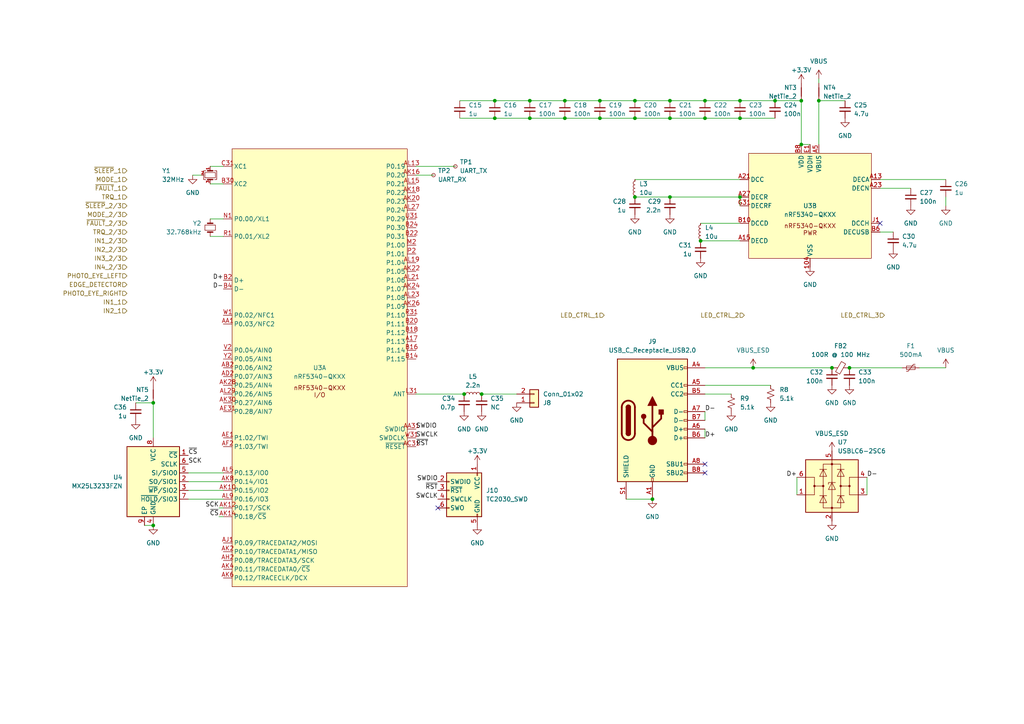
<source format=kicad_sch>
(kicad_sch (version 20230819) (generator eeschema)
  (paper "A4")
  (lib_symbols
    (symbol "Connector:TestPoint_Small" (pin_numbers hide) (pin_names (offset 0.762) hide)
      (property "Reference" "TP" (at 0 3.81 0))
      (property "Value" "TestPoint_Small" (at 0 2.032 0))
      (symbol "TestPoint_Small_0_1"
        (circle (center 0 0) (radius 0.508))
      )
      (symbol "TestPoint_Small_1_1"
        (pin passive line (at 0 0 90) (length 0) (name "1") (number "1"))
      )
    )
    (symbol "Connector:USB_C_Receptacle_USB2.0" (pin_names (offset 1.016))
      (property "Reference" "J" (at -10.16 19.05 0))
      (property "Value" "USB_C_Receptacle_USB2.0" (at 19.05 19.05 0))
      (symbol "USB_C_Receptacle_USB2.0_0_0"
        (rectangle (start -0.254 -17.78) (end 0.254 -16.764))
        (rectangle (start 10.16 -14.986) (end 9.144 -15.494))
        (rectangle (start 10.16 -12.446) (end 9.144 -12.954))
        (rectangle (start 10.16 -4.826) (end 9.144 -5.334))
        (rectangle (start 10.16 -2.286) (end 9.144 -2.794))
        (rectangle (start 10.16 0.254) (end 9.144 -0.254))
        (rectangle (start 10.16 2.794) (end 9.144 2.286))
        (rectangle (start 10.16 7.874) (end 9.144 7.366))
        (rectangle (start 10.16 10.414) (end 9.144 9.906))
        (rectangle (start 10.16 15.494) (end 9.144 14.986))
      )
      (symbol "USB_C_Receptacle_USB2.0_0_1"
        (rectangle (start -10.16 17.78) (end 10.16 -17.78) (stroke (width 0.254)) (fill (type background)))
        (arc (start -8.89 -3.81) (mid -6.985 -5.7067) (end -5.08 -3.81) (stroke (width 0.508)))
        (arc (start -7.62 -3.81) (mid -6.985 -4.4423) (end -6.35 -3.81) (stroke (width 0.254)))
        (arc (start -7.62 -3.81) (mid -6.985 -4.4423) (end -6.35 -3.81) (stroke (width 0.254)) (fill (type outline)))
        (rectangle (start -7.62 -3.81) (end -6.35 3.81) (stroke (width 0.254)) (fill (type outline)))
        (arc (start -6.35 3.81) (mid -6.985 4.4423) (end -7.62 3.81) (stroke (width 0.254)))
        (arc (start -6.35 3.81) (mid -6.985 4.4423) (end -7.62 3.81) (stroke (width 0.254)) (fill (type outline)))
        (arc (start -5.08 3.81) (mid -6.985 5.7067) (end -8.89 3.81) (stroke (width 0.508)))
        (circle (center -2.54 1.143) (radius 0.635) (stroke (width 0.254)) (fill (type outline)))
        (circle (center 0 -5.842) (radius 1.27) (fill (type outline)))
        (polyline (pts (xy -8.89 -3.81) (xy -8.89 3.81)) (stroke (width 0.508)))
        (polyline (pts (xy -5.08 3.81) (xy -5.08 -3.81)) (stroke (width 0.508)))
        (polyline (pts (xy 0 -5.842) (xy 0 4.318)) (stroke (width 0.508)))
        (polyline (pts (xy 0 -3.302) (xy -2.54 -0.762) (xy -2.54 0.508)) (stroke (width 0.508)))
        (polyline (pts (xy 0 -2.032) (xy 2.54 0.508) (xy 2.54 1.778)) (stroke (width 0.508)))
        (polyline (pts (xy -1.27 4.318) (xy 0 6.858) (xy 1.27 4.318) (xy -1.27 4.318)) (stroke (width 0.254)) (fill (type outline)))
        (rectangle (start 1.905 1.778) (end 3.175 3.048) (stroke (width 0.254)) (fill (type outline)))
      )
      (symbol "USB_C_Receptacle_USB2.0_1_1"
        (pin passive line (at 0 -22.86 90) (length 5.08) (name "GND") (number "A1"))
        (pin passive line (at 0 -22.86 90) (length 5.08) hide (name "GND") (number "A12"))
        (pin passive line (at 15.24 15.24 180) (length 5.08) (name "VBUS") (number "A4"))
        (pin bidirectional line (at 15.24 10.16 180) (length 5.08) (name "CC1") (number "A5"))
        (pin bidirectional line (at 15.24 -2.54 180) (length 5.08) (name "D+") (number "A6"))
        (pin bidirectional line (at 15.24 2.54 180) (length 5.08) (name "D-") (number "A7"))
        (pin bidirectional line (at 15.24 -12.7 180) (length 5.08) (name "SBU1") (number "A8"))
        (pin passive line (at 15.24 15.24 180) (length 5.08) hide (name "VBUS") (number "A9"))
        (pin passive line (at 0 -22.86 90) (length 5.08) hide (name "GND") (number "B1"))
        (pin passive line (at 0 -22.86 90) (length 5.08) hide (name "GND") (number "B12"))
        (pin passive line (at 15.24 15.24 180) (length 5.08) hide (name "VBUS") (number "B4"))
        (pin bidirectional line (at 15.24 7.62 180) (length 5.08) (name "CC2") (number "B5"))
        (pin bidirectional line (at 15.24 -5.08 180) (length 5.08) (name "D+") (number "B6"))
        (pin bidirectional line (at 15.24 0 180) (length 5.08) (name "D-") (number "B7"))
        (pin bidirectional line (at 15.24 -15.24 180) (length 5.08) (name "SBU2") (number "B8"))
        (pin passive line (at 15.24 15.24 180) (length 5.08) hide (name "VBUS") (number "B9"))
        (pin passive line (at -7.62 -22.86 90) (length 5.08) (name "SHIELD") (number "S1"))
      )
    )
    (symbol "Connector_Generic:Conn_01x02" (pin_names (offset 1.016) hide)
      (property "Reference" "J" (at 0 2.54 0))
      (property "Value" "Conn_01x02" (at 0 -5.08 0))
      (symbol "Conn_01x02_1_1"
        (rectangle (start -1.27 -2.413) (end 0 -2.667) (stroke (width 0.1524)))
        (rectangle (start -1.27 0.127) (end 0 -0.127) (stroke (width 0.1524)))
        (rectangle (start -1.27 1.27) (end 1.27 -3.81) (stroke (width 0.254)) (fill (type background)))
        (pin passive line (at -5.08 0 0) (length 3.81) (name "Pin_1") (number "1"))
        (pin passive line (at -5.08 -2.54 0) (length 3.81) (name "Pin_2") (number "2"))
      )
    )
    (symbol "Device:C_Small" (pin_numbers hide) (pin_names (offset 0.254) hide)
      (property "Reference" "C" (at 0.254 1.778 0))
      (property "Value" "C_Small" (at 0.254 -2.032 0))
      (symbol "C_Small_0_1"
        (polyline (pts (xy -1.524 -0.508) (xy 1.524 -0.508)) (stroke (width 0.3302)))
        (polyline (pts (xy -1.524 0.508) (xy 1.524 0.508)) (stroke (width 0.3048)))
      )
      (symbol "C_Small_1_1"
        (pin passive line (at 0 2.54 270) (length 2.032) (name "~") (number "1"))
        (pin passive line (at 0 -2.54 90) (length 2.032) (name "~") (number "2"))
      )
    )
    (symbol "Device:Crystal_Small" (pin_numbers hide) (pin_names (offset 1.016) hide)
      (property "Reference" "Y" (at 0 2.54 0))
      (property "Value" "Crystal_Small" (at 0 -2.54 0))
      (symbol "Crystal_Small_0_1"
        (rectangle (start -0.762 -1.524) (end 0.762 1.524))
        (polyline (pts (xy -1.27 -0.762) (xy -1.27 0.762)) (stroke (width 0.381)))
        (polyline (pts (xy 1.27 -0.762) (xy 1.27 0.762)) (stroke (width 0.381)))
      )
      (symbol "Crystal_Small_1_1"
        (pin passive line (at -2.54 0 0) (length 1.27) (name "1") (number "1"))
        (pin passive line (at 2.54 0 180) (length 1.27) (name "2") (number "2"))
      )
    )
    (symbol "Device:FerriteBead_Small" (pin_numbers hide) (pin_names (offset 0))
      (property "Reference" "FB" (at 1.905 1.27 0))
      (property "Value" "FerriteBead_Small" (at 1.905 -1.27 0))
      (symbol "FerriteBead_Small_0_1"
        (polyline (pts (xy 0 -1.27) (xy 0 -0.7874)))
        (polyline (pts (xy 0 0.889) (xy 0 1.2954)))
        (polyline (pts (xy -1.8288 0.2794) (xy -1.1176 1.4986) (xy 1.8288 -0.2032) (xy 1.1176 -1.4224) (xy -1.8288 0.2794)))
      )
      (symbol "FerriteBead_Small_1_1"
        (pin passive line (at 0 2.54 270) (length 1.27) (name "~") (number "1"))
        (pin passive line (at 0 -2.54 90) (length 1.27) (name "~") (number "2"))
      )
    )
    (symbol "Device:L_Small" (pin_numbers hide) (pin_names (offset 0.254) hide)
      (property "Reference" "L" (at 0.762 1.016 0))
      (property "Value" "L_Small" (at 0.762 -1.016 0))
      (symbol "L_Small_0_1"
        (arc (start 0 -2.032) (mid 0.5058 -1.524) (end 0 -1.016))
        (arc (start 0 -1.016) (mid 0.5058 -0.508) (end 0 0))
        (arc (start 0 0) (mid 0.5058 0.508) (end 0 1.016))
        (arc (start 0 1.016) (mid 0.5058 1.524) (end 0 2.032))
      )
      (symbol "L_Small_1_1"
        (pin passive line (at 0 2.54 270) (length 0.508) (name "~") (number "1"))
        (pin passive line (at 0 -2.54 90) (length 0.508) (name "~") (number "2"))
      )
    )
    (symbol "Device:NetTie_2" (pin_numbers hide) (pin_names (offset 0) hide) (in_bom no)
      (property "Reference" "NT" (at 0 1.27 0))
      (property "Value" "NetTie_2" (at 0 -1.27 0))
      (symbol "NetTie_2_0_1"
        (polyline (pts (xy -1.27 0) (xy 1.27 0)) (stroke (width 0.254)))
      )
      (symbol "NetTie_2_1_1"
        (pin passive line (at -2.54 0 0) (length 2.54) (name "1") (number "1"))
        (pin passive line (at 2.54 0 180) (length 2.54) (name "2") (number "2"))
      )
    )
    (symbol "Device:Polyfuse_Small" (pin_numbers hide) (pin_names (offset 0))
      (property "Reference" "F" (at -1.905 0 90))
      (property "Value" "Polyfuse_Small" (at 1.905 0 90))
      (symbol "Polyfuse_Small_0_1"
        (rectangle (start -0.508 1.27) (end 0.508 -1.27))
        (polyline (pts (xy 0 2.54) (xy 0 -2.54)))
        (polyline (pts (xy -1.016 1.27) (xy -1.016 0.762) (xy 1.016 -0.762) (xy 1.016 -1.27)))
      )
      (symbol "Polyfuse_Small_1_1"
        (pin passive line (at 0 2.54 270) (length 0.635) (name "~") (number "1"))
        (pin passive line (at 0 -2.54 90) (length 0.635) (name "~") (number "2"))
      )
    )
    (symbol "Device:R_Small_US" (pin_numbers hide) (pin_names (offset 0.254) hide)
      (property "Reference" "R" (at 0.762 0.508 0))
      (property "Value" "R_Small_US" (at 0.762 -1.016 0))
      (symbol "R_Small_US_1_1"
        (polyline (pts (xy 0 0) (xy 1.016 -0.381) (xy 0 -0.762) (xy -1.016 -1.143) (xy 0 -1.524)))
        (polyline (pts (xy 0 1.524) (xy 1.016 1.143) (xy 0 0.762) (xy -1.016 0.381) (xy 0 0)))
        (pin passive line (at 0 2.54 270) (length 1.016) (name "~") (number "1"))
        (pin passive line (at 0 -2.54 90) (length 1.016) (name "~") (number "2"))
      )
    )
    (symbol "EasyCrystal:Crystal_GND24_Small_EZ" (pin_names hide)
      (property "Reference" "Y" (at 0 7.62 0))
      (property "Value" "Crystal_GND24_Small_EZ" (at 0 5.08 0))
      (symbol "Crystal_GND24_Small_EZ_0_1"
        (rectangle (start -0.762 1.524) (end 0.762 -1.524))
        (polyline (pts (xy -1.27 -0.762) (xy -1.27 0.762)) (stroke (width 0.381)))
        (polyline (pts (xy 1.27 -0.762) (xy 1.27 0.762)) (stroke (width 0.381)))
        (polyline (pts (xy -1.27 -1.27) (xy -1.27 -1.905) (xy 1.27 -1.905) (xy 1.27 -1.27)))
        (polyline (pts (xy -1.27 1.27) (xy -1.27 1.905) (xy 1.27 1.905) (xy 1.27 1.27)))
      )
      (symbol "Crystal_GND24_Small_EZ_1_1"
        (pin passive line (at -2.54 0 0) (length 1.27) (name "1") (number "1"))
        (pin passive line (at 0 -2.54 90) (length 0.635) (name "2") (number "2"))
        (pin passive line (at 2.54 0 180) (length 1.27) (name "3") (number "3"))
        (pin passive line (at 0 -2.54 90) (length 0.635) hide (name "4") (number "4"))
      )
    )
    (symbol "Memory_Flash:MX25L3233FZN"
      (property "Reference" "U" (at -6.35 11.43 0))
      (property "Value" "MX25L3233FZN" (at 10.16 11.43 0))
      (symbol "MX25L3233FZN_0_1"
        (rectangle (start -7.62 10.16) (end 7.62 -10.16) (stroke (width 0.254)) (fill (type background)))
      )
      (symbol "MX25L3233FZN_1_1"
        (pin input line (at -10.16 7.62 0) (length 2.54) (name "~{CS}") (number "1"))
        (pin bidirectional line (at -10.16 0 0) (length 2.54) (name "SO/SIO1") (number "2"))
        (pin bidirectional line (at -10.16 -2.54 0) (length 2.54) (name "~{WP}/SIO2") (number "3"))
        (pin power_in line (at 0 -12.7 90) (length 2.54) (name "GND") (number "4"))
        (pin bidirectional line (at -10.16 2.54 0) (length 2.54) (name "SI/SIO0") (number "5"))
        (pin input line (at -10.16 5.08 0) (length 2.54) (name "SCLK") (number "6"))
        (pin bidirectional line (at -10.16 -5.08 0) (length 2.54) (name "~{HOLD}/SIO3") (number "7"))
        (pin power_in line (at 0 12.7 270) (length 2.54) (name "VCC") (number "8"))
        (pin passive line (at 2.54 -12.7 90) (length 2.54) (name "EP") (number "9"))
      )
    )
    (symbol "PCM_marbastlib-various:TC2030_SWD" (pin_names (offset 1.016))
      (property "Reference" "J" (at -3.81 -6.35 0))
      (property "Value" "TC2030_SWD" (at -10.16 8.89 0))
      (symbol "TC2030_SWD_0_1"
        (rectangle (start -3.81 7.62) (end 6.35 -5.08) (stroke (width 0.254)) (fill (type background)))
        (rectangle (start -3.048 -2.667) (end -3.81 -2.413))
        (rectangle (start -3.048 -0.127) (end -3.81 0.127))
        (rectangle (start -3.048 2.413) (end -3.81 2.667))
        (rectangle (start -3.048 4.953) (end -3.81 5.207))
        (rectangle (start 4.953 -5.08) (end 5.207 -4.318))
        (rectangle (start 4.953 6.858) (end 5.207 7.62))
      )
      (symbol "TC2030_SWD_1_1"
        (pin passive line (at 5.08 10.16 270) (length 2.54) (name "VCC") (number "1"))
        (pin passive line (at -6.35 5.08 0) (length 2.54) (name "SWDIO") (number "2"))
        (pin passive line (at -6.35 2.54 0) (length 2.54) (name "~{RST}") (number "3"))
        (pin passive line (at -6.35 0 0) (length 2.54) (name "SWCLK") (number "4"))
        (pin passive line (at 5.08 -7.62 90) (length 2.54) (name "GND") (number "5"))
        (pin passive line (at -6.35 -2.54 0) (length 2.54) (name "SWO") (number "6"))
      )
    )
    (symbol "PCM_nordic-lib-kicad-nrf53:nRF5340-QKXX"
      (property "Reference" "U" (at 0 0 0))
      (property "Value" "nRF5340-QKXX" (at 0 -2.54 0))
      (symbol "nRF5340-QKXX_1_0"
        (pin no_connect line (at -2.54 30.48 0) (length 2.54) hide (name "N.C.") (number "A1"))
        (pin unspecified line (at 27.94 7.62 180) (length 2.54) (name "P1.13") (number "A17"))
        (pin no_connect line (at 2.54 27.94 0) (length 2.54) hide (name "N.C.") (number "A25"))
        (pin no_connect line (at -2.54 27.94 0) (length 2.54) hide (name "N.C.") (number "A31"))
        (pin unspecified line (at -27.94 12.7 0) (length 2.54) (name "P0.03/NFC2") (number "AA1"))
        (pin unspecified line (at 27.94 -17.78 180) (length 2.54) (name "SWDIO") (number "AA31"))
        (pin unspecified line (at -27.94 0 0) (length 2.54) (name "P0.06/AIN2") (number "AB2"))
        (pin unspecified line (at 27.94 -22.86 180) (length 2.54) (name "~{RESET}") (number "AC31"))
        (pin unspecified line (at -27.94 -2.54 0) (length 2.54) (name "P0.07/AIN3") (number "AD2"))
        (pin unspecified line (at -27.94 -20.32 0) (length 2.54) (name "P1.02/TWI") (number "AE1"))
        (pin unspecified line (at -27.94 -12.7 0) (length 2.54) (name "P0.28/AIN7") (number "AE31"))
        (pin unspecified line (at -27.94 -22.86 0) (length 2.54) (name "P1.03/TWI") (number "AF2"))
        (pin no_connect line (at 2.54 15.24 0) (length 2.54) hide (name "N.C.") (number "AG31"))
        (pin unspecified line (at -27.94 -55.88 0) (length 2.54) (name "P0.08/TRACEDATA3/SCK") (number "AH2"))
        (pin unspecified line (at -27.94 -50.8 0) (length 2.54) (name "P0.09/TRACEDATA2/MOSI") (number "AJ1"))
        (pin unspecified line (at -27.94 -35.56 0) (length 2.54) (name "P0.15/IO2") (number "AK10"))
        (pin unspecified line (at -27.94 -40.64 0) (length 2.54) (name "P0.17/SCK") (number "AK12"))
        (pin unspecified line (at -27.94 -43.18 0) (length 2.54) (name "P0.18/~{CS}") (number "AK14"))
        (pin unspecified line (at 27.94 55.88 180) (length 2.54) (name "P0.20") (number "AK16"))
        (pin unspecified line (at 27.94 50.8 180) (length 2.54) (name "P0.22") (number "AK18"))
        (pin unspecified line (at -27.94 -53.34 0) (length 2.54) (name "P0.10/TRACEDATA1/MISO") (number "AK2"))
        (pin unspecified line (at 27.94 48.26 180) (length 2.54) (name "P0.23") (number "AK20"))
        (pin unspecified line (at 27.94 27.94 180) (length 2.54) (name "P1.05") (number "AK22"))
        (pin unspecified line (at 27.94 22.86 180) (length 2.54) (name "P1.07") (number "AK24"))
        (pin unspecified line (at 27.94 17.78 180) (length 2.54) (name "P1.09") (number "AK26"))
        (pin unspecified line (at -27.94 -5.08 0) (length 2.54) (name "P0.25/AIN4") (number "AK28"))
        (pin unspecified line (at -27.94 -10.16 0) (length 2.54) (name "P0.27/AIN6") (number "AK30"))
        (pin unspecified line (at -27.94 -58.42 0) (length 2.54) (name "P0.11/TRACEDATA0/~{CS}") (number "AK4"))
        (pin unspecified line (at -27.94 -60.96 0) (length 2.54) (name "P0.12/TRACECLK/DCX") (number "AK6"))
        (pin unspecified line (at -27.94 -33.02 0) (length 2.54) (name "P0.14/IO1") (number "AK8"))
        (pin no_connect line (at -2.54 25.4 0) (length 2.54) hide (name "N.C.") (number "AL1"))
        (pin unspecified line (at 27.94 58.42 180) (length 2.54) (name "P0.19") (number "AL13"))
        (pin unspecified line (at 27.94 53.34 180) (length 2.54) (name "P0.21") (number "AL15"))
        (pin unspecified line (at 27.94 30.48 180) (length 2.54) (name "P1.04") (number "AL19"))
        (pin unspecified line (at 27.94 25.4 180) (length 2.54) (name "P1.06") (number "AL21"))
        (pin unspecified line (at 27.94 20.32 180) (length 2.54) (name "P1.08") (number "AL23"))
        (pin unspecified line (at 27.94 45.72 180) (length 2.54) (name "P0.24") (number "AL27"))
        (pin unspecified line (at -27.94 -7.62 0) (length 2.54) (name "P0.26/AIN5") (number "AL29"))
        (pin no_connect line (at -2.54 22.86 0) (length 2.54) hide (name "N.C.") (number "AL31"))
        (pin unspecified line (at -27.94 -30.48 0) (length 2.54) (name "P0.13/IO0") (number "AL5"))
        (pin unspecified line (at -27.94 -38.1 0) (length 2.54) (name "P0.16/IO3") (number "AL9"))
        (pin no_connect line (at 2.54 25.4 0) (length 2.54) hide (name "N.C.") (number "B12"))
        (pin unspecified line (at 27.94 2.54 180) (length 2.54) (name "P1.15") (number "B14"))
        (pin unspecified line (at 27.94 5.08 180) (length 2.54) (name "P1.14") (number "B16"))
        (pin unspecified line (at 27.94 10.16 180) (length 2.54) (name "P1.12") (number "B18"))
        (pin unspecified line (at -27.94 25.4 0) (length 2.54) (name "D+") (number "B2"))
        (pin unspecified line (at 27.94 12.7 180) (length 2.54) (name "P1.11") (number "B20"))
        (pin unspecified line (at 27.94 38.1 180) (length 2.54) (name "P0.31") (number "B22"))
        (pin unspecified line (at 27.94 40.64 180) (length 2.54) (name "P0.30") (number "B24"))
        (pin no_connect line (at 2.54 22.86 0) (length 2.54) hide (name "N.C.") (number "B26"))
        (pin unspecified line (at -27.94 53.34 0) (length 2.54) (name "XC2") (number "B30"))
        (pin unspecified line (at -27.94 22.86 0) (length 2.54) (name "D-") (number "B4"))
        (pin unspecified line (at -27.94 58.42 0) (length 2.54) (name "XC1") (number "C31"))
        (pin no_connect line (at 2.54 20.32 0) (length 2.54) hide (name "N.C.") (number "D2"))
        (pin no_connect line (at -2.54 12.7 0) (length 2.54) hide (name "N.C.") (number "F2"))
        (pin no_connect line (at 2.54 30.48 0) (length 2.54) hide (name "N.C.") (number "G1"))
        (pin no_connect line (at -2.54 20.32 0) (length 2.54) hide (name "N.C.") (number "H2"))
        (pin no_connect line (at -2.54 17.78 0) (length 2.54) hide (name "N.C.") (number "J31"))
        (pin no_connect line (at -2.54 15.24 0) (length 2.54) hide (name "N.C.") (number "K2"))
        (pin unspecified line (at 27.94 -7.62 180) (length 2.54) (name "ANT") (number "L31"))
        (pin unspecified line (at 27.94 35.56 180) (length 2.54) (name "P1.00") (number "M2"))
        (pin unspecified line (at -27.94 43.18 0) (length 2.54) (name "P0.00/XL1") (number "N1"))
        (pin unspecified line (at 27.94 33.02 180) (length 2.54) (name "P1.01") (number "P2"))
        (pin unspecified line (at -27.94 38.1 0) (length 2.54) (name "P0.01/XL2") (number "R1"))
        (pin unspecified line (at 27.94 15.24 180) (length 2.54) (name "P1.10") (number "R31"))
        (pin no_connect line (at 2.54 17.78 0) (length 2.54) hide (name "N.C.") (number "T2"))
        (pin unspecified line (at 27.94 43.18 180) (length 2.54) (name "P0.29") (number "U31"))
        (pin unspecified line (at -27.94 5.08 0) (length 2.54) (name "P0.04/AIN0") (number "V2"))
        (pin unspecified line (at -27.94 15.24 0) (length 2.54) (name "P0.02/NFC1") (number "W1"))
        (pin unspecified line (at 27.94 -20.32 180) (length 2.54) (name "SWDCLK") (number "W31"))
        (pin unspecified line (at -27.94 2.54 0) (length 2.54) (name "P0.05/AIN1") (number "Y2"))
      )
      (symbol "nRF5340-QKXX_1_1"
        (rectangle (start -25.4 63.5) (end 25.4 -63.5) (fill (type background)))
        (text "nRF5340-QKXX\nI/O" (at 0 -5.08 0) (effects (font (size 1.27 1.27)) (justify top)))
      )
      (symbol "nRF5340-QKXX_2_0"
        (pin unspecified line (at 0 -17.78 90) (length 2.54) (name "VSS") (number "104"))
        (pin unspecified line (at 20.32 7.62 180) (length 2.54) (name "DECA") (number "A13"))
        (pin unspecified line (at -20.32 -10.16 0) (length 2.54) (name "DECD") (number "A15"))
        (pin unspecified line (at -2.54 17.78 270) (length 2.54) hide (name "VDD") (number "A19"))
        (pin unspecified line (at -20.32 7.62 0) (length 2.54) (name "DCC") (number "A21"))
        (pin unspecified line (at 20.32 5.08 180) (length 2.54) (name "DECN") (number "A23"))
        (pin unspecified line (at -20.32 2.54 0) (length 2.54) (name "DECR") (number "A27"))
        (pin unspecified line (at 2.54 17.78 270) (length 2.54) (name "VBUS") (number "A5"))
        (pin unspecified line (at -2.54 17.78 270) (length 2.54) hide (name "VDD") (number "AC1"))
        (pin unspecified line (at -2.54 17.78 270) (length 2.54) hide (name "VDD") (number "AG1"))
        (pin unspecified line (at -2.54 17.78 270) (length 2.54) hide (name "VDD") (number "AJ31"))
        (pin unspecified line (at -2.54 17.78 270) (length 2.54) hide (name "VDD") (number "AL11"))
        (pin unspecified line (at -2.54 17.78 270) (length 2.54) hide (name "VDD") (number "AL17"))
        (pin unspecified line (at -2.54 17.78 270) (length 2.54) hide (name "VDD") (number "AL25"))
        (pin unspecified line (at -2.54 17.78 270) (length 2.54) hide (name "VDD") (number "AL3"))
        (pin unspecified line (at -2.54 17.78 270) (length 2.54) hide (name "VDD") (number "AL7"))
        (pin unspecified line (at -20.32 -5.08 0) (length 2.54) (name "DCCD") (number "B10"))
        (pin unspecified line (at -2.54 17.78 270) (length 2.54) hide (name "VDD") (number "B28"))
        (pin unspecified line (at 20.32 -7.62 180) (length 2.54) (name "DECUSB") (number "B6"))
        (pin unspecified line (at -2.54 17.78 270) (length 2.54) (name "VDD") (number "B8"))
        (pin unspecified line (at -2.54 17.78 270) (length 2.54) hide (name "VDD") (number "C1"))
        (pin unspecified line (at 0 17.78 270) (length 2.54) (name "VDDH") (number "E1"))
        (pin unspecified line (at -2.54 17.78 270) (length 2.54) hide (name "VDD") (number "E31"))
        (pin unspecified line (at -20.32 0 0) (length 2.54) (name "DECRF") (number "G31"))
        (pin unspecified line (at 20.32 -5.08 180) (length 2.54) (name "DCCH") (number "J1"))
        (pin unspecified line (at -2.54 17.78 270) (length 2.54) hide (name "VDD") (number "L1"))
        (pin unspecified line (at -2.54 17.78 270) (length 2.54) hide (name "VDD") (number "N31"))
        (pin unspecified line (at -2.54 17.78 270) (length 2.54) hide (name "VDD") (number "U1"))
      )
      (symbol "nRF5340-QKXX_2_1"
        (rectangle (start -17.78 15.24) (end 17.78 -15.24) (fill (type background)))
        (text "nRF5340-QKXX\nPWR" (at 0 -5.08 0) (effects (font (size 1.27 1.27)) (justify top)))
      )
    )
    (symbol "Power_Protection:USBLC6-2SC6" (pin_names hide)
      (property "Reference" "U" (at 2.54 8.89 0))
      (property "Value" "USBLC6-2SC6" (at 2.54 -8.89 0))
      (symbol "USBLC6-2SC6_0_1"
        (rectangle (start -7.62 -7.62) (end 7.62 7.62) (stroke (width 0.254)) (fill (type background)))
        (circle (center -5.08 0) (radius 0.254) (fill (type outline)))
        (circle (center -2.54 0) (radius 0.254) (fill (type outline)))
        (rectangle (start -2.54 6.35) (end 2.54 -6.35))
        (circle (center 0 -6.35) (radius 0.254) (fill (type outline)))
        (polyline (pts (xy -5.08 -2.54) (xy -7.62 -2.54)))
        (polyline (pts (xy -5.08 0) (xy -5.08 -2.54)))
        (polyline (pts (xy -5.08 2.54) (xy -7.62 2.54)))
        (polyline (pts (xy -1.524 -2.794) (xy -3.556 -2.794)))
        (polyline (pts (xy -1.524 4.826) (xy -3.556 4.826)))
        (polyline (pts (xy 0 -7.62) (xy 0 -6.35)))
        (polyline (pts (xy 0 -6.35) (xy 0 1.27)))
        (polyline (pts (xy 0 1.27) (xy 0 6.35)))
        (polyline (pts (xy 0 6.35) (xy 0 7.62)))
        (polyline (pts (xy 1.524 -2.794) (xy 3.556 -2.794)))
        (polyline (pts (xy 1.524 4.826) (xy 3.556 4.826)))
        (polyline (pts (xy 5.08 -2.54) (xy 7.62 -2.54)))
        (polyline (pts (xy 5.08 0) (xy 5.08 -2.54)))
        (polyline (pts (xy 5.08 2.54) (xy 7.62 2.54)))
        (polyline (pts (xy -2.54 0) (xy -5.08 0) (xy -5.08 2.54)))
        (polyline (pts (xy 2.54 0) (xy 5.08 0) (xy 5.08 2.54)))
        (polyline (pts (xy -3.556 -4.826) (xy -1.524 -4.826) (xy -2.54 -2.794) (xy -3.556 -4.826)))
        (polyline (pts (xy -3.556 2.794) (xy -1.524 2.794) (xy -2.54 4.826) (xy -3.556 2.794)))
        (polyline (pts (xy -1.016 -1.016) (xy 1.016 -1.016) (xy 0 1.016) (xy -1.016 -1.016)))
        (polyline (pts (xy 1.016 1.016) (xy 0.762 1.016) (xy -1.016 1.016) (xy -1.016 0.508)))
        (polyline (pts (xy 3.556 -4.826) (xy 1.524 -4.826) (xy 2.54 -2.794) (xy 3.556 -4.826)))
        (polyline (pts (xy 3.556 2.794) (xy 1.524 2.794) (xy 2.54 4.826) (xy 3.556 2.794)))
        (circle (center 0 6.35) (radius 0.254) (fill (type outline)))
        (circle (center 2.54 0) (radius 0.254) (fill (type outline)))
        (circle (center 5.08 0) (radius 0.254) (fill (type outline)))
      )
      (symbol "USBLC6-2SC6_1_1"
        (pin passive line (at -10.16 -2.54 0) (length 2.54) (name "I/O1") (number "1"))
        (pin passive line (at 0 -10.16 90) (length 2.54) (name "GND") (number "2"))
        (pin passive line (at 10.16 -2.54 180) (length 2.54) (name "I/O2") (number "3"))
        (pin passive line (at 10.16 2.54 180) (length 2.54) (name "I/O2") (number "4"))
        (pin passive line (at 0 10.16 270) (length 2.54) (name "VBUS") (number "5"))
        (pin passive line (at -10.16 2.54 0) (length 2.54) (name "I/O1") (number "6"))
      )
    )
    (symbol "power:+3.3V" (power) (pin_names (offset 0))
      (property "Value" "+3.3V" (at 0 3.556 0))
      (symbol "+3.3V_0_1"
        (polyline (pts (xy -0.762 1.27) (xy 0 2.54)))
        (polyline (pts (xy 0 0) (xy 0 2.54)))
        (polyline (pts (xy 0 2.54) (xy 0.762 1.27)))
      )
      (symbol "+3.3V_1_1"
        (pin power_in line (at 0 0 90) (length 0) hide (name "+3.3V") (number "1"))
      )
    )
    (symbol "power:GND" (power) (pin_names (offset 0))
      (property "Value" "GND" (at 0 -3.81 0))
      (symbol "GND_0_1"
        (polyline (pts (xy 0 0) (xy 0 -1.27) (xy 1.27 -1.27) (xy 0 -2.54) (xy -1.27 -1.27) (xy 0 -1.27)))
      )
      (symbol "GND_1_1"
        (pin power_in line (at 0 0 270) (length 0) hide (name "GND") (number "1"))
      )
    )
    (symbol "power:VBUS" (power) (pin_names (offset 0))
      (property "Value" "VBUS" (at 0 3.81 0))
      (symbol "VBUS_0_1"
        (polyline (pts (xy -0.762 1.27) (xy 0 2.54)))
        (polyline (pts (xy 0 0) (xy 0 2.54)))
        (polyline (pts (xy 0 2.54) (xy 0.762 1.27)))
      )
      (symbol "VBUS_1_1"
        (pin power_in line (at 0 0 90) (length 0) hide (name "VBUS") (number "1"))
      )
    )
  )
  (junction (at 44.45 152.4))
  (junction (at 246.38 106.68))
  (junction (at 203.2 69.85))
  (junction (at 194.31 34.29))
  (junction (at 143.51 29.21))
  (junction (at 184.15 34.29))
  (junction (at 224.79 29.21))
  (junction (at 173.99 29.21))
  (junction (at 237.49 29.21))
  (junction (at 189.23 144.78))
  (junction (at 214.63 57.15))
  (junction (at 153.67 29.21))
  (junction (at 204.47 34.29))
  (junction (at 184.15 29.21))
  (junction (at 173.99 34.29))
  (junction (at 184.15 57.15))
  (junction (at 139.7 114.3))
  (junction (at 218.44 106.68))
  (junction (at 232.41 41.91))
  (junction (at 163.83 34.29))
  (junction (at 44.45 116.84))
  (junction (at 134.62 114.3))
  (junction (at 163.83 29.21))
  (junction (at 241.3 106.68))
  (junction (at 214.63 34.29))
  (junction (at 204.47 29.21))
  (junction (at 214.63 29.21))
  (junction (at 153.67 34.29))
  (junction (at 194.31 29.21))
  (junction (at 232.41 29.21))
  (junction (at 143.51 34.29))
  (junction (at 194.31 57.15))
  (no_connect (at 255.27 64.77))
  (no_connect (at 127 147.32))
  (no_connect (at 204.47 137.16))
  (no_connect (at 204.47 134.62))
  (wire (pts (xy 54.61 137.16) (xy 64.77 137.16)))
  (wire (pts (xy 218.44 106.68) (xy 241.3 106.68)))
  (wire (pts (xy 237.49 22.86) (xy 237.49 24.13)))
  (wire (pts (xy 153.67 34.29) (xy 163.83 34.29)))
  (wire (pts (xy 44.45 116.84) (xy 44.45 127)))
  (wire (pts (xy 204.47 29.21) (xy 214.63 29.21)))
  (wire (pts (xy 255.27 52.07) (xy 274.32 52.07)))
  (wire (pts (xy 133.35 34.29) (xy 143.51 34.29)))
  (wire (pts (xy 54.61 144.78) (xy 64.77 144.78)))
  (wire (pts (xy 163.83 29.21) (xy 173.99 29.21)))
  (wire (pts (xy 194.31 29.21) (xy 204.47 29.21)))
  (wire (pts (xy 237.49 29.21) (xy 237.49 41.91)))
  (wire (pts (xy 194.31 57.15) (xy 214.63 57.15)))
  (wire (pts (xy 204.47 111.76) (xy 223.52 111.76)))
  (wire (pts (xy 60.96 63.5) (xy 64.77 63.5)))
  (wire (pts (xy 55.88 50.8) (xy 58.42 50.8)))
  (wire (pts (xy 184.15 57.15) (xy 194.31 57.15)))
  (wire (pts (xy 264.16 54.61) (xy 255.27 54.61)))
  (wire (pts (xy 173.99 29.21) (xy 184.15 29.21)))
  (wire (pts (xy 60.96 53.34) (xy 64.77 53.34)))
  (wire (pts (xy 204.47 114.3) (xy 212.09 114.3)))
  (wire (pts (xy 246.38 106.68) (xy 261.62 106.68)))
  (wire (pts (xy 44.45 116.84) (xy 39.37 116.84)))
  (wire (pts (xy 194.31 34.29) (xy 204.47 34.29)))
  (wire (pts (xy 184.15 34.29) (xy 194.31 34.29)))
  (wire (pts (xy 125.73 50.8) (xy 120.65 50.8)))
  (wire (pts (xy 63.5 149.86) (xy 64.77 149.86)))
  (wire (pts (xy 224.79 29.21) (xy 232.41 29.21)))
  (wire (pts (xy 153.67 29.21) (xy 163.83 29.21)))
  (wire (pts (xy 143.51 29.21) (xy 153.67 29.21)))
  (wire (pts (xy 173.99 34.29) (xy 184.15 34.29)))
  (wire (pts (xy 54.61 142.24) (xy 64.77 142.24)))
  (wire (pts (xy 204.47 106.68) (xy 218.44 106.68)))
  (wire (pts (xy 139.7 114.3) (xy 149.86 114.3)))
  (wire (pts (xy 266.7 106.68) (xy 274.32 106.68)))
  (wire (pts (xy 143.51 34.29) (xy 153.67 34.29)))
  (wire (pts (xy 214.63 29.21) (xy 224.79 29.21)))
  (wire (pts (xy 60.96 68.58) (xy 64.77 68.58)))
  (wire (pts (xy 44.45 152.4) (xy 41.91 152.4)))
  (wire (pts (xy 214.63 57.15) (xy 214.63 59.69)))
  (wire (pts (xy 204.47 124.46) (xy 204.47 127)))
  (wire (pts (xy 54.61 139.7) (xy 64.77 139.7)))
  (wire (pts (xy 181.61 144.78) (xy 189.23 144.78)))
  (wire (pts (xy 237.49 29.21) (xy 245.11 29.21)))
  (wire (pts (xy 204.47 119.38) (xy 204.47 121.92)))
  (wire (pts (xy 184.15 52.07) (xy 214.63 52.07)))
  (wire (pts (xy 251.46 138.43) (xy 251.46 143.51)))
  (wire (pts (xy 214.63 34.29) (xy 224.79 34.29)))
  (wire (pts (xy 203.2 64.77) (xy 214.63 64.77)))
  (wire (pts (xy 274.32 59.69) (xy 274.32 57.15)))
  (wire (pts (xy 259.08 67.31) (xy 255.27 67.31)))
  (wire (pts (xy 133.35 29.21) (xy 143.51 29.21)))
  (wire (pts (xy 63.5 147.32) (xy 64.77 147.32)))
  (wire (pts (xy 232.41 41.91) (xy 234.95 41.91)))
  (wire (pts (xy 60.96 48.26) (xy 64.77 48.26)))
  (wire (pts (xy 231.14 138.43) (xy 231.14 143.51)))
  (wire (pts (xy 132.08 48.26) (xy 120.65 48.26)))
  (wire (pts (xy 134.62 114.3) (xy 120.65 114.3)))
  (wire (pts (xy 184.15 29.21) (xy 194.31 29.21)))
  (wire (pts (xy 232.41 29.21) (xy 232.41 41.91)))
  (wire (pts (xy 203.2 69.85) (xy 214.63 69.85)))
  (wire (pts (xy 163.83 34.29) (xy 173.99 34.29)))
  (wire (pts (xy 204.47 34.29) (xy 214.63 34.29)))
  (label "~{CS}" (at 63.5 149.86 180))
  (label "~{RST}" (at 120.65 129.54 0))
  (label "~{RST}" (at 127 142.24 180))
  (label "SWCLK" (at 120.65 127 0))
  (label "D-" (at 204.47 119.38 0))
  (label "~{CS}" (at 54.61 132.08 0))
  (label "D+" (at 64.77 81.28 180))
  (label "D+" (at 231.14 138.43 180))
  (label "D-" (at 64.77 83.82 180))
  (label "SWDIO" (at 120.65 124.46 0))
  (label "SWDIO" (at 127 139.7 180))
  (label "SWCLK" (at 127 144.78 180))
  (label "D+" (at 204.47 127 0))
  (label "SCK" (at 54.61 134.62 0))
  (label "D-" (at 251.46 138.43 0))
  (label "SCK" (at 63.5 147.32 180))
  (hierarchical_label "MODE_1" (shape input) (at 36.83 52.07 180))
  (hierarchical_label "~{FAULT}_2{slash}3" (shape input) (at 36.83 64.77 180))
  (hierarchical_label "IN2_1" (shape input) (at 36.83 90.17 180))
  (hierarchical_label "EDGE_DETECTOR" (shape input) (at 36.83 82.55 180))
  (hierarchical_label "~{FAULT}_1" (shape input) (at 36.83 54.61 180))
  (hierarchical_label "TRQ_1" (shape input) (at 36.83 57.15 180))
  (hierarchical_label "LED_CTRL_1" (shape input) (at 175.26 91.44 180))
  (hierarchical_label "PHOTO_EYE_RIGHT" (shape input) (at 36.83 85.09 180))
  (hierarchical_label "TRQ_2{slash}3" (shape input) (at 36.83 67.31 180))
  (hierarchical_label "IN1_2{slash}3" (shape input) (at 36.83 69.85 180))
  (hierarchical_label "LED_CTRL_3" (shape input) (at 256.54 91.44 180))
  (hierarchical_label "IN3_2{slash}3" (shape input) (at 36.83 74.93 180))
  (hierarchical_label "~{SLEEP}_2{slash}3" (shape input) (at 36.83 59.69 180))
  (hierarchical_label "MODE_2{slash}3" (shape input) (at 36.83 62.23 180))
  (hierarchical_label "IN1_1" (shape input) (at 36.83 87.63 180))
  (hierarchical_label "IN2_2{slash}3" (shape input) (at 36.83 72.39 180))
  (hierarchical_label "LED_CTRL_2" (shape input) (at 215.9 91.44 180))
  (hierarchical_label "IN4_2{slash}3" (shape input) (at 36.83 77.47 180))
  (hierarchical_label "PHOTO_EYE_LEFT" (shape input) (at 36.83 80.01 180))
  (hierarchical_label "~{SLEEP}_1" (shape input) (at 36.83 49.53 180))
  (symbol (lib_id "Connector_Generic:Conn_01x02") (at 154.94 116.84 0) (mirror x) (unit 1)
    (property "Reference" "J10" (at 157.48 116.8401 0) (effects (justify left)))
    (property "Value" "Conn_01x02" (at 157.48 114.3001 0) (effects (justify left)))
    (property "Footprint" "RF_Antenna:Texas_SWRA117D_2.4GHz_Left" (effects hide))
    (property "Description" "Generic connector, single row, 01x02, script generated (kicad-library-utils/schlib/autogen/connector/)" (effects hide))
    (instances (project "Locust" (path "" (reference "J8") (unit 1))))
  )
  (symbol (lib_id "power:GND") (at 139.7 119.38 0) (unit 1)
    (property "Reference" "#PWR061" (effects hide))
    (property "Value" "GND" (at 139.7 124.46 0))
    (instances (project "Locust" (path "" (reference "#PWR060") (unit 1))))
  )
  (symbol (lib_id "power:+3.3V") (at 138.43 134.62 0) (unit 1)
    (property "Reference" "#PWR065" (effects hide))
    (property "Value" "+3.3V" (at 138.43 130.81 0))
    (instances (project "Locust" (path "" (reference "#PWR064") (unit 1))))
  )
  (symbol (lib_id "power:+3.3V") (at 232.41 24.13 0) (unit 1)
    (property "Reference" "#PWR059" (effects hide))
    (property "Value" "+3.3V" (at 232.41 20.32 0))
    (instances (project "Locust" (path "" (reference "#PWR042") (unit 1))))
  )
  (symbol (lib_id "Device:C_Small") (at 274.32 54.61 0) (unit 1)
    (property "Reference" "C20" (at 276.86 53.3463 0) (effects (justify left)))
    (property "Value" "1u" (at 276.86 55.8863 0) (effects (justify left)))
    (instances (project "Locust" (path "" (reference "C26") (unit 1))))
  )
  (symbol (lib_id "power:GND") (at 39.37 121.92 0) (mirror y) (unit 1)
    (property "Reference" "#PWR064" (effects hide))
    (property "Value" "GND" (at 39.37 127 0))
    (instances (project "Locust" (path "" (reference "#PWR062") (unit 1))))
  )
  (symbol (lib_id "Device:L_Small") (at 203.2 67.31 0) (mirror y) (unit 1)
    (property "Reference" "L4" (at 204.47 66.04 0) (effects (justify right)))
    (property "Value" "10u" (at 204.47 68.58 0) (effects (justify right)))
  )
  (symbol (lib_id "Device:C_Small") (at 204.47 31.75 0) (unit 1)
    (property "Reference" "C29" (at 207.01 30.4863 0) (effects (justify left)))
    (property "Value" "100n" (at 207.01 33.0263 0) (effects (justify left)))
    (instances (project "Locust" (path "" (reference "C22") (unit 1))))
  )
  (symbol (lib_id "Device:C_Small") (at 184.15 59.69 0) (mirror y) (unit 1)
    (property "Reference" "C22" (at 181.61 58.4263 0) (effects (justify left)))
    (property "Value" "1u" (at 181.61 60.9663 0) (effects (justify left)))
    (instances (project "Locust" (path "" (reference "C28") (unit 1))))
  )
  (symbol (lib_id "Device:C_Small") (at 246.38 109.22 0) (unit 1)
    (property "Reference" "C16" (at 248.92 107.9562 0) (effects (justify left)))
    (property "Value" "100n" (at 248.92 110.4962 0) (effects (justify left)))
    (instances (project "Locust" (path "" (reference "C33") (unit 1))))
  )
  (symbol (lib_id "Device:C_Small") (at 139.7 116.84 0) (unit 1)
    (property "Reference" "C35" (at 142.24 115.5763 0) (effects (justify left)))
    (property "Value" "NC" (at 142.24 118.1163 0) (effects (justify left)))
    (property "Footprint" "Capacitor_SMD:C_0201_0603Metric" (effects hide))
  )
  (symbol (lib_id "Device:C_Small") (at 194.31 31.75 0) (unit 1)
    (property "Reference" "C28" (at 196.85 30.4863 0) (effects (justify left)))
    (property "Value" "100n" (at 196.85 33.0263 0) (effects (justify left)))
    (instances (project "Locust" (path "" (reference "C21") (unit 1))))
  )
  (symbol (lib_id "power:GND") (at 264.16 59.69 0) (unit 1)
    (property "Reference" "#PWR054" (effects hide))
    (property "Value" "GND" (at 264.16 64.77 0))
    (instances (project "Locust" (path "" (reference "#PWR045") (unit 1))))
  )
  (symbol (lib_id "Device:NetTie_2") (at 44.45 114.3 270) (mirror x) (unit 1) (in_bom no)
    (property "Reference" "NT5" (at 43.18 113.03 90) (effects (justify right)))
    (property "Value" "NetTie_2" (at 43.18 115.57 90) (effects (justify right)))
    (property "Footprint" "NetTie:NetTie-2_SMD_Pad0.5mm" (effects hide))
  )
  (symbol (lib_id "Device:NetTie_2") (at 232.41 26.67 270) (mirror x) (unit 1) (in_bom no)
    (property "Reference" "NT4" (at 231.14 25.4 90) (effects (justify right)))
    (property "Value" "NetTie_2" (at 231.14 27.94 90) (effects (justify right)))
    (property "Footprint" "NetTie:NetTie-2_SMD_Pad0.5mm" (effects hide))
    (instances (project "Locust" (path "" (reference "NT3") (unit 1))))
  )
  (symbol (lib_id "Device:C_Small") (at 143.51 31.75 0) (unit 1)
    (property "Reference" "C32" (at 146.05 30.4863 0) (effects (justify left)))
    (property "Value" "1u" (at 146.05 33.0263 0) (effects (justify left)))
    (instances (project "Locust" (path "" (reference "C16") (unit 1))))
  )
  (symbol (lib_id "power:GND") (at 149.86 116.84 0) (unit 1)
    (property "Reference" "#PWR089" (effects hide))
    (property "Value" "GND" (at 149.86 121.92 0))
    (instances (project "Locust" (path "" (reference "#PWR057") (unit 1))))
  )
  (symbol (lib_id "Connector:TestPoint_Small") (at 125.73 50.8 0) (unit 1)
    (property "Reference" "TP2" (at 127 49.5299 0) (effects (justify left)))
    (property "Value" "UART_RX" (at 127 52.0699 0) (effects (justify left)))
    (property "Footprint" "TestPoint:TestPoint_Keystone_5015_Micro-Minature" (effects hide))
    (property "Description" "test point" (effects hide))
  )
  (symbol (lib_id "power:GND") (at 184.15 62.23 0) (unit 1)
    (property "Reference" "#PWR057" (effects hide))
    (property "Value" "GND" (at 184.15 67.31 0))
    (instances (project "Locust" (path "" (reference "#PWR047") (unit 1))))
  )
  (symbol (lib_id "power:VBUS") (at 274.32 106.68 0) (unit 1)
    (property "Reference" "#PWR046" (effects hide))
    (property "Value" "VBUS" (at 274.32 101.6 0))
    (instances (project "Locust" (path "" (reference "#PWR053") (unit 1))))
  )
  (symbol (lib_id "power:GND") (at 189.23 144.78 0) (unit 1)
    (property "Reference" "#PWR041" (effects hide))
    (property "Value" "GND" (at 189.23 149.86 0))
    (instances (project "Locust" (path "" (reference "#PWR065") (unit 1))))
  )
  (symbol (lib_id "power:GND") (at 223.52 116.84 0) (unit 1)
    (property "Reference" "#PWR042" (effects hide))
    (property "Value" "GND" (at 223.52 121.92 0))
    (instances (project "Locust" (path "" (reference "#PWR058") (unit 1))))
  )
  (symbol (lib_id "power:GND") (at 212.09 119.38 0) (unit 1)
    (property "Reference" "#PWR043" (effects hide))
    (property "Value" "GND" (at 212.09 124.46 0))
    (instances (project "Locust" (path "" (reference "#PWR061") (unit 1))))
  )
  (symbol (lib_id "Connector:USB_C_Receptacle_USB2.0") (at 189.23 121.92 0) (unit 1)
    (property "Reference" "J8" (at 189.23 99.06 0))
    (property "Value" "USB_C_Receptacle_USB2.0" (at 189.23 101.6 0))
    (property "Footprint" "Connector_USB:USB_C_Receptacle_HRO_TYPE-C-31-M-12" (effects hide))
    (property "Datasheet" "https://www.usb.org/sites/default/files/documents/usb_type-c.zip" (effects hide))
    (instances (project "Locust" (path "" (reference "J9") (unit 1))))
  )
  (symbol (lib_id "Device:L_Small") (at 137.16 114.3 270) (mirror x) (unit 1)
    (property "Reference" "L5" (at 137.16 109.22 90))
    (property "Value" "2.2n" (at 137.16 111.76 90))
    (property "Footprint" "Inductor_SMD:L_0201_0603Metric" (effects hide))
  )
  (symbol (lib_id "PCM_nordic-lib-kicad-nrf53:nRF5340-QKXX") (at 234.95 59.69 0) (unit 2)
    (property "Reference" "U3" (at 234.95 59.69 0))
    (property "Value" "nRF5340-QKXX" (at 234.95 62.23 0))
    (property "Footprint" "PCM_nordic-lib-kicad-nrf53:aQFN-94_7x7mm" (effects hide))
  )
  (symbol (lib_id "power:+3.3V") (at 44.45 111.76 0) (mirror y) (unit 1)
    (property "Reference" "#PWR063" (effects hide))
    (property "Value" "+3.3V" (at 44.45 107.95 0))
    (instances (project "Locust" (path "" (reference "#PWR054") (unit 1))))
  )
  (symbol (lib_id "EasyCrystal:Crystal_GND24_Small_EZ") (at 60.96 50.8 270) (unit 1)
    (property "Reference" "Y1" (at 46.99 49.53 90) (effects (justify left)))
    (property "Value" "32MHz" (at 46.99 52.07 90) (effects (justify left)))
    (property "Footprint" "Crystal:Crystal_SMD_2016-4Pin_2.0x1.6mm" (effects hide))
    (property "MPN" "ECS-320-8-37B2-7KM-TR" (effects hide))
  )
  (symbol (lib_id "Device:R_Small_US") (at 212.09 116.84 0) (unit 1)
    (property "Reference" "R9" (at 214.63 115.57 0) (effects (justify left)))
    (property "Value" "5.1k" (at 214.63 118.11 0) (effects (justify left)))
    (property "Footprint" "Resistor_SMD:R_0402_1005Metric" (effects hide))
  )
  (symbol (lib_id "power:GND") (at 134.62 119.38 0) (unit 1)
    (property "Reference" "#PWR060" (effects hide))
    (property "Value" "GND" (at 134.62 124.46 0))
    (instances (project "Locust" (path "" (reference "#PWR059") (unit 1))))
  )
  (symbol (lib_id "power:VBUS") (at 241.3 130.81 0) (unit 1)
    (property "Reference" "#PWR047" (effects hide))
    (property "Value" "VBUS_ESD" (at 241.3 125.73 0))
    (instances (project "Locust" (path "" (reference "#PWR063") (unit 1))))
  )
  (symbol (lib_id "Device:Polyfuse_Small") (at 264.16 106.68 90) (unit 1)
    (property "Reference" "F1" (at 264.16 100.33 90))
    (property "Value" "500mA" (at 264.16 102.87 90))
  )
  (symbol (lib_id "power:GND") (at 241.3 111.76 0) (unit 1)
    (property "Reference" "#PWR044" (effects hide))
    (property "Value" "GND" (at 241.3 116.84 0))
    (instances (project "Locust" (path "" (reference "#PWR055") (unit 1))))
  )
  (symbol (lib_id "Power_Protection:USBLC6-2SC6") (at 241.3 140.97 0) (unit 1)
    (property "Reference" "U4" (at 242.9511 128.27 0) (effects (justify left)))
    (property "Value" "USBLC6-2SC6" (at 242.9511 130.81 0) (effects (justify left)))
    (property "Footprint" "Package_TO_SOT_SMD:SOT-23-6" (effects hide))
    (property "Datasheet" "https://www.st.com/resource/en/datasheet/usblc6-2.pdf" (effects hide))
    (instances (project "Locust" (path "" (reference "U7") (unit 1))))
  )
  (symbol (lib_id "Device:C_Small") (at 134.62 116.84 0) (mirror y) (unit 1)
    (property "Reference" "C34" (at 132.08 115.5763 0) (effects (justify left)))
    (property "Value" "0.7p" (at 132.08 118.1163 0) (effects (justify left)))
    (property "Footprint" "Capacitor_SMD:C_0201_0603Metric" (effects hide))
  )
  (symbol (lib_id "Device:C_Small") (at 245.11 31.75 0) (unit 1)
    (property "Reference" "C17" (at 247.65 30.4863 0) (effects (justify left)))
    (property "Value" "4.7u" (at 247.65 33.0263 0) (effects (justify left)))
    (instances (project "Locust" (path "" (reference "C25") (unit 1))))
  )
  (symbol (lib_id "Device:L_Small") (at 184.15 54.61 0) (mirror y) (unit 1)
    (property "Reference" "L3" (at 185.42 53.34 0) (effects (justify right)))
    (property "Value" "10u" (at 185.42 55.88 0) (effects (justify right)))
  )
  (symbol (lib_id "Connector:TestPoint_Small") (at 132.08 48.26 0) (unit 1)
    (property "Reference" "TP1" (at 133.35 46.9899 0) (effects (justify left)))
    (property "Value" "UART_TX" (at 133.35 49.5299 0) (effects (justify left)))
    (property "Footprint" "TestPoint:TestPoint_Keystone_5015_Micro-Minature" (effects hide))
    (property "Description" "test point" (effects hide))
  )
  (symbol (lib_id "power:GND") (at 194.31 62.23 0) (unit 1)
    (property "Reference" "#PWR056" (effects hide))
    (property "Value" "GND" (at 194.31 67.31 0))
    (instances (project "Locust" (path "" (reference "#PWR048") (unit 1))))
  )
  (symbol (lib_id "Device:C_Small") (at 173.99 31.75 0) (unit 1)
    (property "Reference" "C26" (at 176.53 30.4863 0) (effects (justify left)))
    (property "Value" "100n" (at 176.53 33.0263 0) (effects (justify left)))
    (instances (project "Locust" (path "" (reference "C19") (unit 1))))
  )
  (symbol (lib_id "Device:R_Small_US") (at 223.52 114.3 0) (unit 1)
    (property "Reference" "R8" (at 226.06 113.03 0) (effects (justify left)))
    (property "Value" "5.1k" (at 226.06 115.57 0) (effects (justify left)))
    (property "Footprint" "Resistor_SMD:R_0402_1005Metric" (effects hide))
  )
  (symbol (lib_id "power:GND") (at 138.43 152.4 0) (unit 1)
    (property "Reference" "#PWR066" (effects hide))
    (property "Value" "GND" (at 138.43 157.48 0))
    (instances (project "Locust" (path "" (reference "#PWR089") (unit 1))))
  )
  (symbol (lib_id "Device:C_Small") (at 224.79 31.75 0) (unit 1)
    (property "Reference" "C31" (at 227.33 30.4863 0) (effects (justify left)))
    (property "Value" "100n" (at 227.33 33.0263 0) (effects (justify left)))
    (instances (project "Locust" (path "" (reference "C24") (unit 1))))
  )
  (symbol (lib_id "Device:C_Small") (at 264.16 57.15 0) (unit 1)
    (property "Reference" "C19" (at 266.7 55.8863 0) (effects (justify left)))
    (property "Value" "100n" (at 266.7 58.4263 0) (effects (justify left)))
    (instances (project "Locust" (path "" (reference "C27") (unit 1))))
  )
  (symbol (lib_id "Device:Crystal_Small") (at 60.96 66.04 90) (unit 1)
    (property "Reference" "Y2" (at 58.42 64.77 90) (effects (justify left)))
    (property "Value" "32.768kHz" (at 58.42 67.31 90) (effects (justify left)))
    (property "Footprint" "Crystal:Crystal_SMD_2012-2Pin_2.0x1.2mm" (effects hide))
    (property "MMPN" "ECS-.327-9-12R-TR " (effects hide))
  )
  (symbol (lib_id "Device:C_Small") (at 153.67 31.75 0) (unit 1)
    (property "Reference" "C24" (at 156.21 30.4863 0) (effects (justify left)))
    (property "Value" "100n" (at 156.21 33.0263 0) (effects (justify left)))
    (instances (project "Locust" (path "" (reference "C17") (unit 1))))
  )
  (symbol (lib_id "Device:NetTie_2") (at 237.49 26.67 90) (unit 1) (in_bom no)
    (property "Reference" "NT3" (at 238.76 25.4 90) (effects (justify right)))
    (property "Value" "NetTie_2" (at 238.76 27.94 90) (effects (justify right)))
    (property "Footprint" "NetTie:NetTie-2_SMD_Pad0.5mm" (effects hide))
    (instances (project "Locust" (path "" (reference "NT4") (unit 1))))
  )
  (symbol (lib_id "power:GND") (at 241.3 151.13 0) (unit 1)
    (property "Reference" "#PWR048" (effects hide))
    (property "Value" "GND" (at 241.3 156.21 0))
    (instances (project "Locust" (path "" (reference "#PWR066") (unit 1))))
  )
  (symbol (lib_id "Device:C_Small") (at 184.15 31.75 0) (unit 1)
    (property "Reference" "C27" (at 186.69 30.4863 0) (effects (justify left)))
    (property "Value" "100n" (at 186.69 33.0263 0) (effects (justify left)))
    (instances (project "Locust" (path "" (reference "C20") (unit 1))))
  )
  (symbol (lib_id "Device:C_Small") (at 259.08 69.85 0) (unit 1)
    (property "Reference" "C18" (at 261.62 68.5863 0) (effects (justify left)))
    (property "Value" "4.7u" (at 261.62 71.1263 0) (effects (justify left)))
    (instances (project "Locust" (path "" (reference "C30") (unit 1))))
  )
  (symbol (lib_id "Device:C_Small") (at 133.35 31.75 0) (unit 1)
    (property "Reference" "C33" (at 135.89 30.4863 0) (effects (justify left)))
    (property "Value" "1u" (at 135.89 33.0263 0) (effects (justify left)))
    (instances (project "Locust" (path "" (reference "C15") (unit 1))))
  )
  (symbol (lib_id "Device:FerriteBead_Small") (at 243.84 106.68 90) (unit 1)
    (property "Reference" "FB2" (at 243.8019 100.33 90))
    (property "Value" "100R @ 100 MHz" (at 243.8019 102.87 90))
  )
  (symbol (lib_id "power:GND") (at 55.88 50.8 0) (unit 1)
    (property "Reference" "#PWR062" (effects hide))
    (property "Value" "GND" (at 55.88 55.88 0))
    (instances (project "Locust" (path "" (reference "#PWR044") (unit 1))))
  )
  (symbol (lib_id "Memory_Flash:MX25L3233FZN") (at 44.45 139.7 0) (mirror y) (unit 1)
    (property "Reference" "U7" (at 35.56 138.43 0) (effects (justify left)))
    (property "Value" "MX25L3233FZN" (at 35.56 140.97 0) (effects (justify left)))
    (property "Footprint" "Package_SON:WSON-8-1EP_6x5mm_P1.27mm_EP3.4x4mm" (effects hide))
    (property "Datasheet" "https://www.macronix.com/Lists/Datasheet/Attachments/8377/MX25L3233F,%203V,%2032Mb,%20v1.1.pdf" (effects hide))
    (instances (project "Locust" (path "" (reference "U4") (unit 1))))
  )
  (symbol (lib_id "power:GND") (at 259.08 72.39 0) (unit 1)
    (property "Reference" "#PWR053" (effects hide))
    (property "Value" "GND" (at 259.08 77.47 0))
    (instances (project "Locust" (path "" (reference "#PWR049") (unit 1))))
  )
  (symbol (lib_id "power:VBUS") (at 237.49 22.86 0) (unit 1)
    (property "Reference" "#PWR050" (effects hide))
    (property "Value" "VBUS" (at 237.49 17.78 0))
    (instances (project "Locust" (path "" (reference "#PWR041") (unit 1))))
  )
  (symbol (lib_id "PCM_marbastlib-various:TC2030_SWD") (at 133.35 144.78 0) (unit 1)
    (property "Reference" "J9" (at 140.97 142.24 0) (effects (justify left)))
    (property "Value" "TC2030_SWD" (at 140.97 144.78 0) (effects (justify left)))
    (property "Footprint" "PCM_marbastlib-various:CON_TC2030_outlined" (effects hide))
    (property "Datasheet" " ~" (effects hide))
    (instances (project "Locust" (path "" (reference "J10") (unit 1))))
  )
  (symbol (lib_id "power:GND") (at 246.38 111.76 0) (unit 1)
    (property "Reference" "#PWR045" (effects hide))
    (property "Value" "GND" (at 246.38 116.84 0))
    (instances (project "Locust" (path "" (reference "#PWR056") (unit 1))))
  )
  (symbol (lib_id "power:GND") (at 234.95 77.47 0) (unit 1)
    (property "Reference" "#PWR051" (effects hide))
    (property "Value" "GND" (at 234.95 82.55 0))
  )
  (symbol (lib_id "Device:C_Small") (at 163.83 31.75 0) (unit 1)
    (property "Reference" "C25" (at 166.37 30.4863 0) (effects (justify left)))
    (property "Value" "100n" (at 166.37 33.0263 0) (effects (justify left)))
    (instances (project "Locust" (path "" (reference "C18") (unit 1))))
  )
  (symbol (lib_id "power:VBUS") (at 218.44 106.68 0) (unit 1)
    (property "Reference" "#PWR088" (effects hide))
    (property "Value" "VBUS_ESD" (at 218.44 101.6 0))
    (instances (project "Locust" (path "" (reference "#PWR052") (unit 1))))
  )
  (symbol (lib_id "Device:C_Small") (at 203.2 72.39 0) (mirror y) (unit 1)
    (property "Reference" "C23" (at 200.66 71.1263 0) (effects (justify left)))
    (property "Value" "1u" (at 200.66 73.6663 0) (effects (justify left)))
    (instances (project "Locust" (path "" (reference "C31") (unit 1))))
  )
  (symbol (lib_id "power:GND") (at 274.32 59.69 0) (unit 1)
    (property "Reference" "#PWR055" (effects hide))
    (property "Value" "GND" (at 274.32 64.77 0))
    (instances (project "Locust" (path "" (reference "#PWR046") (unit 1))))
  )
  (symbol (lib_id "power:GND") (at 203.2 74.93 0) (unit 1)
    (property "Reference" "#PWR058" (effects hide))
    (property "Value" "GND" (at 203.2 80.01 0))
    (instances (project "Locust" (path "" (reference "#PWR050") (unit 1))))
  )
  (symbol (lib_id "power:GND") (at 245.11 34.29 0) (unit 1)
    (property "Reference" "#PWR052" (effects hide))
    (property "Value" "GND" (at 245.11 39.37 0))
    (instances (project "Locust" (path "" (reference "#PWR043") (unit 1))))
  )
  (symbol (lib_id "Device:C_Small") (at 194.31 59.69 0) (mirror y) (unit 1)
    (property "Reference" "C21" (at 191.77 58.4263 0) (effects (justify left)))
    (property "Value" "2.2n" (at 191.77 60.9663 0) (effects (justify left)))
    (instances (project "Locust" (path "" (reference "C29") (unit 1))))
  )
  (symbol (lib_id "PCM_nordic-lib-kicad-nrf53:nRF5340-QKXX") (at 92.71 106.68 0) (unit 1)
    (property "Reference" "U3" (at 92.71 106.68 0))
    (property "Value" "nRF5340-QKXX" (at 92.71 109.22 0))
    (property "Footprint" "PCM_nordic-lib-kicad-nrf53:aQFN-94_7x7mm" (effects hide))
  )
  (symbol (lib_id "Device:C_Small") (at 39.37 119.38 0) (mirror y) (unit 1)
    (property "Reference" "C36" (at 36.83 118.1163 0) (effects (justify left)))
    (property "Value" "1u" (at 36.83 120.6563 0) (effects (justify left)))
    (property "Footprint" "Inductor_SMD:L_0201_0603Metric" (effects hide))
  )
  (symbol (lib_id "Device:C_Small") (at 241.3 109.22 0) (mirror y) (unit 1)
    (property "Reference" "C15" (at 238.76 107.9563 0) (effects (justify left)))
    (property "Value" "100n" (at 238.76 110.4963 0) (effects (justify left)))
    (instances (project "Locust" (path "" (reference "C32") (unit 1))))
  )
  (symbol (lib_id "power:GND") (at 44.45 152.4 0) (mirror y) (unit 1)
    (property "Reference" "#PWR049" (effects hide))
    (property "Value" "GND" (at 44.45 157.48 0))
    (instances (project "Locust" (path "" (reference "#PWR088") (unit 1))))
  )
  (symbol (lib_id "Device:C_Small") (at 214.63 31.75 0) (unit 1)
    (property "Reference" "C30" (at 217.17 30.4863 0) (effects (justify left)))
    (property "Value" "100n" (at 217.17 33.0263 0) (effects (justify left)))
    (instances (project "Locust" (path "" (reference "C23") (unit 1))))
  )
)
</source>
